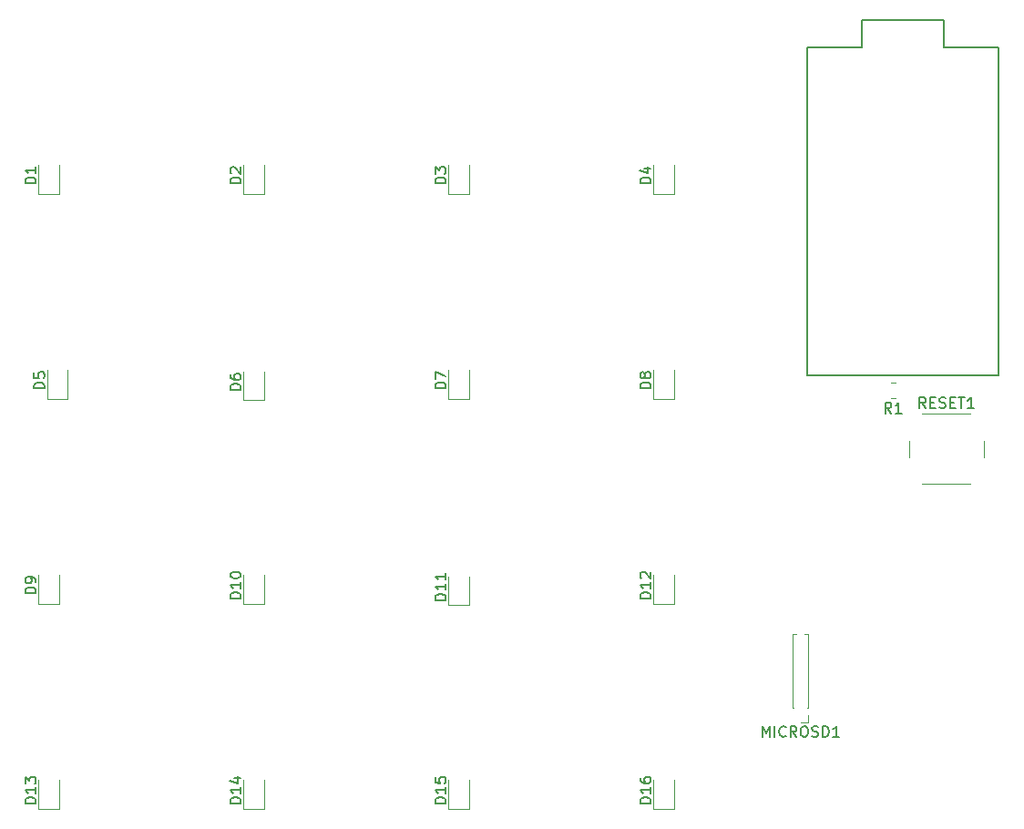
<source format=gto>
G04 #@! TF.GenerationSoftware,KiCad,Pcbnew,(5.1.9-0-10_14)*
G04 #@! TF.CreationDate,2021-01-09T15:36:32-06:00*
G04 #@! TF.ProjectId,16-key,31362d6b-6579-42e6-9b69-6361645f7063,rev?*
G04 #@! TF.SameCoordinates,Original*
G04 #@! TF.FileFunction,Legend,Top*
G04 #@! TF.FilePolarity,Positive*
%FSLAX46Y46*%
G04 Gerber Fmt 4.6, Leading zero omitted, Abs format (unit mm)*
G04 Created by KiCad (PCBNEW (5.1.9-0-10_14)) date 2021-01-09 15:36:32*
%MOMM*%
%LPD*%
G01*
G04 APERTURE LIST*
%ADD10C,0.120000*%
%ADD11C,0.150000*%
G04 APERTURE END LIST*
D10*
G04 #@! TO.C,R1*
X182670814Y-56297500D02*
X182216686Y-56297500D01*
X182670814Y-54827500D02*
X182216686Y-54827500D01*
G04 #@! TO.C,MICROSD1*
X174526250Y-86410000D02*
X173831250Y-86410000D01*
X174526250Y-85725000D02*
X174526250Y-86410000D01*
X173222974Y-85040000D02*
X173136250Y-85040000D01*
X174526250Y-85040000D02*
X174439526Y-85040000D01*
X173136250Y-85040000D02*
X173136250Y-78165000D01*
X174526250Y-85040000D02*
X174526250Y-78165000D01*
X173436757Y-78165000D02*
X173136250Y-78165000D01*
X174526250Y-78165000D02*
X174225743Y-78165000D01*
D11*
G04 #@! TO.C,U1*
X192246250Y-54133750D02*
X174466250Y-54133750D01*
X192246250Y-23653750D02*
X192246250Y-54133750D01*
X187166250Y-23653750D02*
X192246250Y-23653750D01*
X187166250Y-21113750D02*
X187166250Y-23653750D01*
X179546250Y-21113750D02*
X187166250Y-21113750D01*
X179546250Y-23653750D02*
X179546250Y-21113750D01*
X174466250Y-23653750D02*
X179546250Y-23653750D01*
X174466250Y-23653750D02*
X174466250Y-54133750D01*
D10*
G04 #@! TO.C,RESET1*
X190900000Y-61737500D02*
X190900000Y-60237500D01*
X189650000Y-57737500D02*
X185150000Y-57737500D01*
X183900000Y-60237500D02*
X183900000Y-61737500D01*
X185150000Y-64237500D02*
X189650000Y-64237500D01*
G04 #@! TO.C,D16*
X162091250Y-94410000D02*
X162091250Y-91725000D01*
X160171250Y-94410000D02*
X162091250Y-94410000D01*
X160171250Y-91725000D02*
X160171250Y-94410000D01*
G04 #@! TO.C,D15*
X143041250Y-94410000D02*
X143041250Y-91725000D01*
X141121250Y-94410000D02*
X143041250Y-94410000D01*
X141121250Y-91725000D02*
X141121250Y-94410000D01*
G04 #@! TO.C,D14*
X123991250Y-94410000D02*
X123991250Y-91725000D01*
X122071250Y-94410000D02*
X123991250Y-94410000D01*
X122071250Y-91725000D02*
X122071250Y-94410000D01*
G04 #@! TO.C,D13*
X104941250Y-94410000D02*
X104941250Y-91725000D01*
X103021250Y-94410000D02*
X104941250Y-94410000D01*
X103021250Y-91725000D02*
X103021250Y-94410000D01*
G04 #@! TO.C,D12*
X162091250Y-75360000D02*
X162091250Y-72675000D01*
X160171250Y-75360000D02*
X162091250Y-75360000D01*
X160171250Y-72675000D02*
X160171250Y-75360000D01*
G04 #@! TO.C,D11*
X143041250Y-75503750D02*
X143041250Y-72818750D01*
X141121250Y-75503750D02*
X143041250Y-75503750D01*
X141121250Y-72818750D02*
X141121250Y-75503750D01*
G04 #@! TO.C,D10*
X123991250Y-75360000D02*
X123991250Y-72675000D01*
X122071250Y-75360000D02*
X123991250Y-75360000D01*
X122071250Y-72675000D02*
X122071250Y-75360000D01*
G04 #@! TO.C,D9*
X104941250Y-75360000D02*
X104941250Y-72675000D01*
X103021250Y-75360000D02*
X104941250Y-75360000D01*
X103021250Y-72675000D02*
X103021250Y-75360000D01*
G04 #@! TO.C,D8*
X162091250Y-56310000D02*
X162091250Y-53625000D01*
X160171250Y-56310000D02*
X162091250Y-56310000D01*
X160171250Y-53625000D02*
X160171250Y-56310000D01*
G04 #@! TO.C,D7*
X143041250Y-56310000D02*
X143041250Y-53625000D01*
X141121250Y-56310000D02*
X143041250Y-56310000D01*
X141121250Y-53625000D02*
X141121250Y-56310000D01*
G04 #@! TO.C,D6*
X123991250Y-56453750D02*
X123991250Y-53768750D01*
X122071250Y-56453750D02*
X123991250Y-56453750D01*
X122071250Y-53768750D02*
X122071250Y-56453750D01*
G04 #@! TO.C,D5*
X105735000Y-56310000D02*
X105735000Y-53625000D01*
X103815000Y-56310000D02*
X105735000Y-56310000D01*
X103815000Y-53625000D02*
X103815000Y-56310000D01*
G04 #@! TO.C,D4*
X162091250Y-37260000D02*
X162091250Y-34575000D01*
X160171250Y-37260000D02*
X162091250Y-37260000D01*
X160171250Y-34575000D02*
X160171250Y-37260000D01*
G04 #@! TO.C,D3*
X143041250Y-37260000D02*
X143041250Y-34575000D01*
X141121250Y-37260000D02*
X143041250Y-37260000D01*
X141121250Y-34575000D02*
X141121250Y-37260000D01*
G04 #@! TO.C,D2*
X123991250Y-37260000D02*
X123991250Y-34575000D01*
X122071250Y-37260000D02*
X123991250Y-37260000D01*
X122071250Y-34575000D02*
X122071250Y-37260000D01*
G04 #@! TO.C,D1*
X104941250Y-37260000D02*
X104941250Y-34575000D01*
X103021250Y-37260000D02*
X104941250Y-37260000D01*
X103021250Y-34575000D02*
X103021250Y-37260000D01*
G04 #@! TO.C,R1*
D11*
X182277083Y-57664880D02*
X181943750Y-57188690D01*
X181705654Y-57664880D02*
X181705654Y-56664880D01*
X182086607Y-56664880D01*
X182181845Y-56712500D01*
X182229464Y-56760119D01*
X182277083Y-56855357D01*
X182277083Y-56998214D01*
X182229464Y-57093452D01*
X182181845Y-57141071D01*
X182086607Y-57188690D01*
X181705654Y-57188690D01*
X183229464Y-57664880D02*
X182658035Y-57664880D01*
X182943750Y-57664880D02*
X182943750Y-56664880D01*
X182848511Y-56807738D01*
X182753273Y-56902976D01*
X182658035Y-56950595D01*
G04 #@! TO.C,MICROSD1*
X170283630Y-87737380D02*
X170283630Y-86737380D01*
X170616964Y-87451666D01*
X170950297Y-86737380D01*
X170950297Y-87737380D01*
X171426488Y-87737380D02*
X171426488Y-86737380D01*
X172474107Y-87642142D02*
X172426488Y-87689761D01*
X172283630Y-87737380D01*
X172188392Y-87737380D01*
X172045535Y-87689761D01*
X171950297Y-87594523D01*
X171902678Y-87499285D01*
X171855059Y-87308809D01*
X171855059Y-87165952D01*
X171902678Y-86975476D01*
X171950297Y-86880238D01*
X172045535Y-86785000D01*
X172188392Y-86737380D01*
X172283630Y-86737380D01*
X172426488Y-86785000D01*
X172474107Y-86832619D01*
X173474107Y-87737380D02*
X173140773Y-87261190D01*
X172902678Y-87737380D02*
X172902678Y-86737380D01*
X173283630Y-86737380D01*
X173378869Y-86785000D01*
X173426488Y-86832619D01*
X173474107Y-86927857D01*
X173474107Y-87070714D01*
X173426488Y-87165952D01*
X173378869Y-87213571D01*
X173283630Y-87261190D01*
X172902678Y-87261190D01*
X174093154Y-86737380D02*
X174283630Y-86737380D01*
X174378869Y-86785000D01*
X174474107Y-86880238D01*
X174521726Y-87070714D01*
X174521726Y-87404047D01*
X174474107Y-87594523D01*
X174378869Y-87689761D01*
X174283630Y-87737380D01*
X174093154Y-87737380D01*
X173997916Y-87689761D01*
X173902678Y-87594523D01*
X173855059Y-87404047D01*
X173855059Y-87070714D01*
X173902678Y-86880238D01*
X173997916Y-86785000D01*
X174093154Y-86737380D01*
X174902678Y-87689761D02*
X175045535Y-87737380D01*
X175283630Y-87737380D01*
X175378869Y-87689761D01*
X175426488Y-87642142D01*
X175474107Y-87546904D01*
X175474107Y-87451666D01*
X175426488Y-87356428D01*
X175378869Y-87308809D01*
X175283630Y-87261190D01*
X175093154Y-87213571D01*
X174997916Y-87165952D01*
X174950297Y-87118333D01*
X174902678Y-87023095D01*
X174902678Y-86927857D01*
X174950297Y-86832619D01*
X174997916Y-86785000D01*
X175093154Y-86737380D01*
X175331250Y-86737380D01*
X175474107Y-86785000D01*
X175902678Y-87737380D02*
X175902678Y-86737380D01*
X176140773Y-86737380D01*
X176283630Y-86785000D01*
X176378869Y-86880238D01*
X176426488Y-86975476D01*
X176474107Y-87165952D01*
X176474107Y-87308809D01*
X176426488Y-87499285D01*
X176378869Y-87594523D01*
X176283630Y-87689761D01*
X176140773Y-87737380D01*
X175902678Y-87737380D01*
X177426488Y-87737380D02*
X176855059Y-87737380D01*
X177140773Y-87737380D02*
X177140773Y-86737380D01*
X177045535Y-86880238D01*
X176950297Y-86975476D01*
X176855059Y-87023095D01*
G04 #@! TO.C,RESET1*
X185471428Y-57189880D02*
X185138095Y-56713690D01*
X184900000Y-57189880D02*
X184900000Y-56189880D01*
X185280952Y-56189880D01*
X185376190Y-56237500D01*
X185423809Y-56285119D01*
X185471428Y-56380357D01*
X185471428Y-56523214D01*
X185423809Y-56618452D01*
X185376190Y-56666071D01*
X185280952Y-56713690D01*
X184900000Y-56713690D01*
X185900000Y-56666071D02*
X186233333Y-56666071D01*
X186376190Y-57189880D02*
X185900000Y-57189880D01*
X185900000Y-56189880D01*
X186376190Y-56189880D01*
X186757142Y-57142261D02*
X186900000Y-57189880D01*
X187138095Y-57189880D01*
X187233333Y-57142261D01*
X187280952Y-57094642D01*
X187328571Y-56999404D01*
X187328571Y-56904166D01*
X187280952Y-56808928D01*
X187233333Y-56761309D01*
X187138095Y-56713690D01*
X186947619Y-56666071D01*
X186852380Y-56618452D01*
X186804761Y-56570833D01*
X186757142Y-56475595D01*
X186757142Y-56380357D01*
X186804761Y-56285119D01*
X186852380Y-56237500D01*
X186947619Y-56189880D01*
X187185714Y-56189880D01*
X187328571Y-56237500D01*
X187757142Y-56666071D02*
X188090476Y-56666071D01*
X188233333Y-57189880D02*
X187757142Y-57189880D01*
X187757142Y-56189880D01*
X188233333Y-56189880D01*
X188519047Y-56189880D02*
X189090476Y-56189880D01*
X188804761Y-57189880D02*
X188804761Y-56189880D01*
X189947619Y-57189880D02*
X189376190Y-57189880D01*
X189661904Y-57189880D02*
X189661904Y-56189880D01*
X189566666Y-56332738D01*
X189471428Y-56427976D01*
X189376190Y-56475595D01*
G04 #@! TO.C,D16*
X159933630Y-93939285D02*
X158933630Y-93939285D01*
X158933630Y-93701190D01*
X158981250Y-93558333D01*
X159076488Y-93463095D01*
X159171726Y-93415476D01*
X159362202Y-93367857D01*
X159505059Y-93367857D01*
X159695535Y-93415476D01*
X159790773Y-93463095D01*
X159886011Y-93558333D01*
X159933630Y-93701190D01*
X159933630Y-93939285D01*
X159933630Y-92415476D02*
X159933630Y-92986904D01*
X159933630Y-92701190D02*
X158933630Y-92701190D01*
X159076488Y-92796428D01*
X159171726Y-92891666D01*
X159219345Y-92986904D01*
X158933630Y-91558333D02*
X158933630Y-91748809D01*
X158981250Y-91844047D01*
X159028869Y-91891666D01*
X159171726Y-91986904D01*
X159362202Y-92034523D01*
X159743154Y-92034523D01*
X159838392Y-91986904D01*
X159886011Y-91939285D01*
X159933630Y-91844047D01*
X159933630Y-91653571D01*
X159886011Y-91558333D01*
X159838392Y-91510714D01*
X159743154Y-91463095D01*
X159505059Y-91463095D01*
X159409821Y-91510714D01*
X159362202Y-91558333D01*
X159314583Y-91653571D01*
X159314583Y-91844047D01*
X159362202Y-91939285D01*
X159409821Y-91986904D01*
X159505059Y-92034523D01*
G04 #@! TO.C,D15*
X140883630Y-93939285D02*
X139883630Y-93939285D01*
X139883630Y-93701190D01*
X139931250Y-93558333D01*
X140026488Y-93463095D01*
X140121726Y-93415476D01*
X140312202Y-93367857D01*
X140455059Y-93367857D01*
X140645535Y-93415476D01*
X140740773Y-93463095D01*
X140836011Y-93558333D01*
X140883630Y-93701190D01*
X140883630Y-93939285D01*
X140883630Y-92415476D02*
X140883630Y-92986904D01*
X140883630Y-92701190D02*
X139883630Y-92701190D01*
X140026488Y-92796428D01*
X140121726Y-92891666D01*
X140169345Y-92986904D01*
X139883630Y-91510714D02*
X139883630Y-91986904D01*
X140359821Y-92034523D01*
X140312202Y-91986904D01*
X140264583Y-91891666D01*
X140264583Y-91653571D01*
X140312202Y-91558333D01*
X140359821Y-91510714D01*
X140455059Y-91463095D01*
X140693154Y-91463095D01*
X140788392Y-91510714D01*
X140836011Y-91558333D01*
X140883630Y-91653571D01*
X140883630Y-91891666D01*
X140836011Y-91986904D01*
X140788392Y-92034523D01*
G04 #@! TO.C,D14*
X121833630Y-93939285D02*
X120833630Y-93939285D01*
X120833630Y-93701190D01*
X120881250Y-93558333D01*
X120976488Y-93463095D01*
X121071726Y-93415476D01*
X121262202Y-93367857D01*
X121405059Y-93367857D01*
X121595535Y-93415476D01*
X121690773Y-93463095D01*
X121786011Y-93558333D01*
X121833630Y-93701190D01*
X121833630Y-93939285D01*
X121833630Y-92415476D02*
X121833630Y-92986904D01*
X121833630Y-92701190D02*
X120833630Y-92701190D01*
X120976488Y-92796428D01*
X121071726Y-92891666D01*
X121119345Y-92986904D01*
X121166964Y-91558333D02*
X121833630Y-91558333D01*
X120786011Y-91796428D02*
X121500297Y-92034523D01*
X121500297Y-91415476D01*
G04 #@! TO.C,D13*
X102783630Y-93939285D02*
X101783630Y-93939285D01*
X101783630Y-93701190D01*
X101831250Y-93558333D01*
X101926488Y-93463095D01*
X102021726Y-93415476D01*
X102212202Y-93367857D01*
X102355059Y-93367857D01*
X102545535Y-93415476D01*
X102640773Y-93463095D01*
X102736011Y-93558333D01*
X102783630Y-93701190D01*
X102783630Y-93939285D01*
X102783630Y-92415476D02*
X102783630Y-92986904D01*
X102783630Y-92701190D02*
X101783630Y-92701190D01*
X101926488Y-92796428D01*
X102021726Y-92891666D01*
X102069345Y-92986904D01*
X101783630Y-92082142D02*
X101783630Y-91463095D01*
X102164583Y-91796428D01*
X102164583Y-91653571D01*
X102212202Y-91558333D01*
X102259821Y-91510714D01*
X102355059Y-91463095D01*
X102593154Y-91463095D01*
X102688392Y-91510714D01*
X102736011Y-91558333D01*
X102783630Y-91653571D01*
X102783630Y-91939285D01*
X102736011Y-92034523D01*
X102688392Y-92082142D01*
G04 #@! TO.C,D12*
X159933630Y-74889285D02*
X158933630Y-74889285D01*
X158933630Y-74651190D01*
X158981250Y-74508333D01*
X159076488Y-74413095D01*
X159171726Y-74365476D01*
X159362202Y-74317857D01*
X159505059Y-74317857D01*
X159695535Y-74365476D01*
X159790773Y-74413095D01*
X159886011Y-74508333D01*
X159933630Y-74651190D01*
X159933630Y-74889285D01*
X159933630Y-73365476D02*
X159933630Y-73936904D01*
X159933630Y-73651190D02*
X158933630Y-73651190D01*
X159076488Y-73746428D01*
X159171726Y-73841666D01*
X159219345Y-73936904D01*
X159028869Y-72984523D02*
X158981250Y-72936904D01*
X158933630Y-72841666D01*
X158933630Y-72603571D01*
X158981250Y-72508333D01*
X159028869Y-72460714D01*
X159124107Y-72413095D01*
X159219345Y-72413095D01*
X159362202Y-72460714D01*
X159933630Y-73032142D01*
X159933630Y-72413095D01*
G04 #@! TO.C,D11*
X140883630Y-75033035D02*
X139883630Y-75033035D01*
X139883630Y-74794940D01*
X139931250Y-74652083D01*
X140026488Y-74556845D01*
X140121726Y-74509226D01*
X140312202Y-74461607D01*
X140455059Y-74461607D01*
X140645535Y-74509226D01*
X140740773Y-74556845D01*
X140836011Y-74652083D01*
X140883630Y-74794940D01*
X140883630Y-75033035D01*
X140883630Y-73509226D02*
X140883630Y-74080654D01*
X140883630Y-73794940D02*
X139883630Y-73794940D01*
X140026488Y-73890178D01*
X140121726Y-73985416D01*
X140169345Y-74080654D01*
X140883630Y-72556845D02*
X140883630Y-73128273D01*
X140883630Y-72842559D02*
X139883630Y-72842559D01*
X140026488Y-72937797D01*
X140121726Y-73033035D01*
X140169345Y-73128273D01*
G04 #@! TO.C,D10*
X121833630Y-74889285D02*
X120833630Y-74889285D01*
X120833630Y-74651190D01*
X120881250Y-74508333D01*
X120976488Y-74413095D01*
X121071726Y-74365476D01*
X121262202Y-74317857D01*
X121405059Y-74317857D01*
X121595535Y-74365476D01*
X121690773Y-74413095D01*
X121786011Y-74508333D01*
X121833630Y-74651190D01*
X121833630Y-74889285D01*
X121833630Y-73365476D02*
X121833630Y-73936904D01*
X121833630Y-73651190D02*
X120833630Y-73651190D01*
X120976488Y-73746428D01*
X121071726Y-73841666D01*
X121119345Y-73936904D01*
X120833630Y-72746428D02*
X120833630Y-72651190D01*
X120881250Y-72555952D01*
X120928869Y-72508333D01*
X121024107Y-72460714D01*
X121214583Y-72413095D01*
X121452678Y-72413095D01*
X121643154Y-72460714D01*
X121738392Y-72508333D01*
X121786011Y-72555952D01*
X121833630Y-72651190D01*
X121833630Y-72746428D01*
X121786011Y-72841666D01*
X121738392Y-72889285D01*
X121643154Y-72936904D01*
X121452678Y-72984523D01*
X121214583Y-72984523D01*
X121024107Y-72936904D01*
X120928869Y-72889285D01*
X120881250Y-72841666D01*
X120833630Y-72746428D01*
G04 #@! TO.C,D9*
X102783630Y-74413095D02*
X101783630Y-74413095D01*
X101783630Y-74175000D01*
X101831250Y-74032142D01*
X101926488Y-73936904D01*
X102021726Y-73889285D01*
X102212202Y-73841666D01*
X102355059Y-73841666D01*
X102545535Y-73889285D01*
X102640773Y-73936904D01*
X102736011Y-74032142D01*
X102783630Y-74175000D01*
X102783630Y-74413095D01*
X102783630Y-73365476D02*
X102783630Y-73175000D01*
X102736011Y-73079761D01*
X102688392Y-73032142D01*
X102545535Y-72936904D01*
X102355059Y-72889285D01*
X101974107Y-72889285D01*
X101878869Y-72936904D01*
X101831250Y-72984523D01*
X101783630Y-73079761D01*
X101783630Y-73270238D01*
X101831250Y-73365476D01*
X101878869Y-73413095D01*
X101974107Y-73460714D01*
X102212202Y-73460714D01*
X102307440Y-73413095D01*
X102355059Y-73365476D01*
X102402678Y-73270238D01*
X102402678Y-73079761D01*
X102355059Y-72984523D01*
X102307440Y-72936904D01*
X102212202Y-72889285D01*
G04 #@! TO.C,D8*
X159933630Y-55363095D02*
X158933630Y-55363095D01*
X158933630Y-55125000D01*
X158981250Y-54982142D01*
X159076488Y-54886904D01*
X159171726Y-54839285D01*
X159362202Y-54791666D01*
X159505059Y-54791666D01*
X159695535Y-54839285D01*
X159790773Y-54886904D01*
X159886011Y-54982142D01*
X159933630Y-55125000D01*
X159933630Y-55363095D01*
X159362202Y-54220238D02*
X159314583Y-54315476D01*
X159266964Y-54363095D01*
X159171726Y-54410714D01*
X159124107Y-54410714D01*
X159028869Y-54363095D01*
X158981250Y-54315476D01*
X158933630Y-54220238D01*
X158933630Y-54029761D01*
X158981250Y-53934523D01*
X159028869Y-53886904D01*
X159124107Y-53839285D01*
X159171726Y-53839285D01*
X159266964Y-53886904D01*
X159314583Y-53934523D01*
X159362202Y-54029761D01*
X159362202Y-54220238D01*
X159409821Y-54315476D01*
X159457440Y-54363095D01*
X159552678Y-54410714D01*
X159743154Y-54410714D01*
X159838392Y-54363095D01*
X159886011Y-54315476D01*
X159933630Y-54220238D01*
X159933630Y-54029761D01*
X159886011Y-53934523D01*
X159838392Y-53886904D01*
X159743154Y-53839285D01*
X159552678Y-53839285D01*
X159457440Y-53886904D01*
X159409821Y-53934523D01*
X159362202Y-54029761D01*
G04 #@! TO.C,D7*
X140883630Y-55363095D02*
X139883630Y-55363095D01*
X139883630Y-55125000D01*
X139931250Y-54982142D01*
X140026488Y-54886904D01*
X140121726Y-54839285D01*
X140312202Y-54791666D01*
X140455059Y-54791666D01*
X140645535Y-54839285D01*
X140740773Y-54886904D01*
X140836011Y-54982142D01*
X140883630Y-55125000D01*
X140883630Y-55363095D01*
X139883630Y-54458333D02*
X139883630Y-53791666D01*
X140883630Y-54220238D01*
G04 #@! TO.C,D6*
X121833630Y-55506845D02*
X120833630Y-55506845D01*
X120833630Y-55268750D01*
X120881250Y-55125892D01*
X120976488Y-55030654D01*
X121071726Y-54983035D01*
X121262202Y-54935416D01*
X121405059Y-54935416D01*
X121595535Y-54983035D01*
X121690773Y-55030654D01*
X121786011Y-55125892D01*
X121833630Y-55268750D01*
X121833630Y-55506845D01*
X120833630Y-54078273D02*
X120833630Y-54268750D01*
X120881250Y-54363988D01*
X120928869Y-54411607D01*
X121071726Y-54506845D01*
X121262202Y-54554464D01*
X121643154Y-54554464D01*
X121738392Y-54506845D01*
X121786011Y-54459226D01*
X121833630Y-54363988D01*
X121833630Y-54173511D01*
X121786011Y-54078273D01*
X121738392Y-54030654D01*
X121643154Y-53983035D01*
X121405059Y-53983035D01*
X121309821Y-54030654D01*
X121262202Y-54078273D01*
X121214583Y-54173511D01*
X121214583Y-54363988D01*
X121262202Y-54459226D01*
X121309821Y-54506845D01*
X121405059Y-54554464D01*
G04 #@! TO.C,D5*
X103577380Y-55363095D02*
X102577380Y-55363095D01*
X102577380Y-55125000D01*
X102625000Y-54982142D01*
X102720238Y-54886904D01*
X102815476Y-54839285D01*
X103005952Y-54791666D01*
X103148809Y-54791666D01*
X103339285Y-54839285D01*
X103434523Y-54886904D01*
X103529761Y-54982142D01*
X103577380Y-55125000D01*
X103577380Y-55363095D01*
X102577380Y-53886904D02*
X102577380Y-54363095D01*
X103053571Y-54410714D01*
X103005952Y-54363095D01*
X102958333Y-54267857D01*
X102958333Y-54029761D01*
X103005952Y-53934523D01*
X103053571Y-53886904D01*
X103148809Y-53839285D01*
X103386904Y-53839285D01*
X103482142Y-53886904D01*
X103529761Y-53934523D01*
X103577380Y-54029761D01*
X103577380Y-54267857D01*
X103529761Y-54363095D01*
X103482142Y-54410714D01*
G04 #@! TO.C,D4*
X159933630Y-36313095D02*
X158933630Y-36313095D01*
X158933630Y-36075000D01*
X158981250Y-35932142D01*
X159076488Y-35836904D01*
X159171726Y-35789285D01*
X159362202Y-35741666D01*
X159505059Y-35741666D01*
X159695535Y-35789285D01*
X159790773Y-35836904D01*
X159886011Y-35932142D01*
X159933630Y-36075000D01*
X159933630Y-36313095D01*
X159266964Y-34884523D02*
X159933630Y-34884523D01*
X158886011Y-35122619D02*
X159600297Y-35360714D01*
X159600297Y-34741666D01*
G04 #@! TO.C,D3*
X140883630Y-36313095D02*
X139883630Y-36313095D01*
X139883630Y-36075000D01*
X139931250Y-35932142D01*
X140026488Y-35836904D01*
X140121726Y-35789285D01*
X140312202Y-35741666D01*
X140455059Y-35741666D01*
X140645535Y-35789285D01*
X140740773Y-35836904D01*
X140836011Y-35932142D01*
X140883630Y-36075000D01*
X140883630Y-36313095D01*
X139883630Y-35408333D02*
X139883630Y-34789285D01*
X140264583Y-35122619D01*
X140264583Y-34979761D01*
X140312202Y-34884523D01*
X140359821Y-34836904D01*
X140455059Y-34789285D01*
X140693154Y-34789285D01*
X140788392Y-34836904D01*
X140836011Y-34884523D01*
X140883630Y-34979761D01*
X140883630Y-35265476D01*
X140836011Y-35360714D01*
X140788392Y-35408333D01*
G04 #@! TO.C,D2*
X121833630Y-36313095D02*
X120833630Y-36313095D01*
X120833630Y-36075000D01*
X120881250Y-35932142D01*
X120976488Y-35836904D01*
X121071726Y-35789285D01*
X121262202Y-35741666D01*
X121405059Y-35741666D01*
X121595535Y-35789285D01*
X121690773Y-35836904D01*
X121786011Y-35932142D01*
X121833630Y-36075000D01*
X121833630Y-36313095D01*
X120928869Y-35360714D02*
X120881250Y-35313095D01*
X120833630Y-35217857D01*
X120833630Y-34979761D01*
X120881250Y-34884523D01*
X120928869Y-34836904D01*
X121024107Y-34789285D01*
X121119345Y-34789285D01*
X121262202Y-34836904D01*
X121833630Y-35408333D01*
X121833630Y-34789285D01*
G04 #@! TO.C,D1*
X102783630Y-36313095D02*
X101783630Y-36313095D01*
X101783630Y-36075000D01*
X101831250Y-35932142D01*
X101926488Y-35836904D01*
X102021726Y-35789285D01*
X102212202Y-35741666D01*
X102355059Y-35741666D01*
X102545535Y-35789285D01*
X102640773Y-35836904D01*
X102736011Y-35932142D01*
X102783630Y-36075000D01*
X102783630Y-36313095D01*
X102783630Y-34789285D02*
X102783630Y-35360714D01*
X102783630Y-35075000D02*
X101783630Y-35075000D01*
X101926488Y-35170238D01*
X102021726Y-35265476D01*
X102069345Y-35360714D01*
G04 #@! TD*
M02*

</source>
